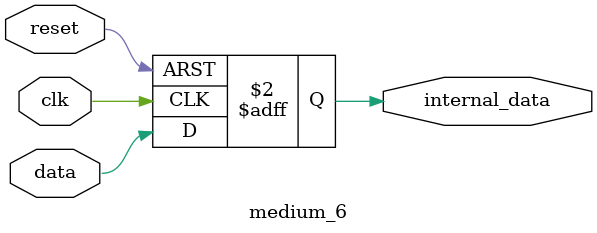
<source format=v>
module medium_6(
    input clk,
    input reset,
    input data, 
    output reg internal_data
);
    always @(posedge clk or posedge reset) begin
        if (reset) begin
            internal_data <= 8'b0;
        end else begin
            internal_data <= data;
        end
    end
endmodule

</source>
